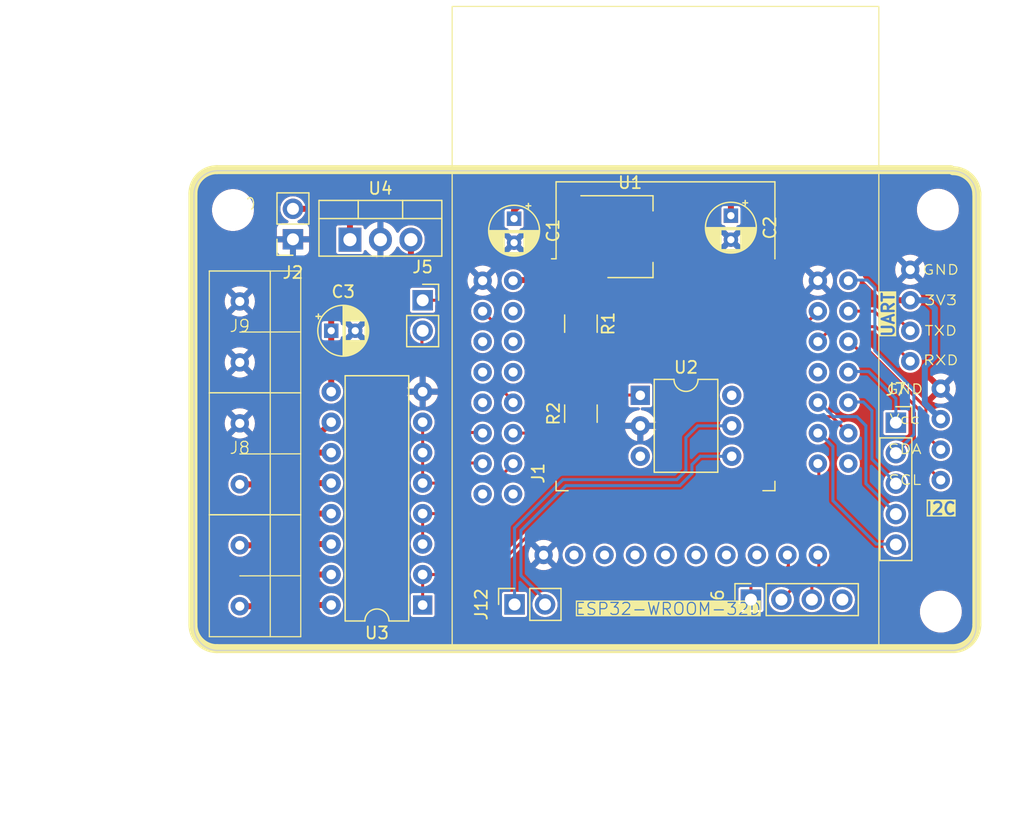
<source format=kicad_pcb>
(kicad_pcb (version 20240108) (generator "pcbnew") (generator_version "8.0")
  (layers (0 "F.Cu" signal) (31 "B.Cu" signal) (34 "B.Paste" user) (35 "F.Paste" user) (36 "B.SilkS" user "B.Silkscreen") (37 "F.SilkS" user "F.Silkscreen") (38 "B.Mask" user) (39 "F.Mask" user) (44 "Edge.Cuts" user))
  (net 0 "")
  (net 1 "GND")
  (net 2 "+3V3")
  (net 3 "+5V")
  (net 4 "/RXD")
  (net 5 "/TXD")
  (net 6 "/SDA")
  (net 7 "/OUT2")
  (net 8 "/OUT3")
  (net 9 "/SCL")
  (net 10 "/OUT1")
  (net 11 "/EN")
  (net 12 "/SOURCE2")
  (net 13 "/SOURCE1")
  (net 14 "/SOURCE3")
  (net 15 "/VDC")
  (net 16 "/DAC1")
  (net 17 "/DAC2")
  (net 18 "/GPIO35")
  (net 19 "/GPIO13")
  (net 20 "/GPIO19")
  (net 21 "/GPIO17")
  (net 22 "/GPIO5")
  (net 23 "/GPIO18")
  (net 24 "/GPIO36")
  (net 25 "/ADC2_CH3")
  (net 26 "/GPIO32")
  (net 27 "/GPIO34")
  (net 28 "/SD_DATA1")
  (net 29 "/SD_DATA2")
  (net 30 "/SD_CLK")
  (net 31 "/SD_CMD")
  (net 32 "/SD_DATA3")
  (net 33 "/ADC2_CH0")
  (net 34 "/GPIO23")
  (net 35 "/GPIO33")
  (net 36 "/SD_DATA0")
  (net 37 "/GPIO27")
  (net 38 "/ADC2_CH2")
  (net 39 "/BOOT")
  (net 42 "/V1-")
  (net 43 "Net-(R2-Pad2)")
  (net 44 "/V1+")
  (net 46 "/GPIO39")
  (footprint "Capacitor_THT:CP_Radial_D4.0mm_P2.00mm" (layer "F.Cu") (at 124.75 43.75 -90)
    (property "Reference" "C2" (at 1 -3.25 90) (layer "F.SilkS"))
    (property "Value" "1uF")
    (pad "1" thru_hole rect (at 0 0 270) (size 1.2 1.2) (drill 0.6) (layers "*.Cu" "*.Mask") (net 2 "+3V3"))
    (pad "2" thru_hole circle (at 2 0 270) (size 1.2 1.2) (drill 0.6) (layers "*.Cu" "*.Mask") (net 1 "GND"))
  )
  (footprint "Alexander Footprints Library:ESP32-WROOM-Adapter-Socket-2" (layer "F.Cu") (at 119.3 56.79)
    (property "Reference" "J1" (at -10.61 8.43 90) (layer "F.SilkS"))
    (property "Value" "~")
    (fp_text user "ESP32-WROOM-32D" (at -7.62 20.32 0) (layer "F.SilkS" knockout) (effects (font (thickness 0.1)) (justify left bottom)))
    (pad "" thru_hole circle (at -15.24 10.16) (size 1.524 1.524) (drill 0.762) (layers "*.Cu" "*.Mask"))
    (pad "" thru_hole circle (at -12.7 10.16) (size 1.524 1.524) (drill 0.762) (layers "*.Cu" "*.Mask"))
    (pad "1" thru_hole circle (at -15.24 -7.62) (size 1.524 1.524) (drill 0.762) (layers "*.Cu" "*.Mask") (net 1 "GND"))
    (pad "2" thru_hole circle (at -12.7 -7.62) (size 1.524 1.524) (drill 0.762) (layers "*.Cu" "*.Mask") (net 2 "+3V3"))
    (pad "3" thru_hole circle (at -15.24 -5.08) (size 1.524 1.524) (drill 0.762) (layers "*.Cu" "*.Mask") (net 11 "/EN"))
    (pad "4" thru_hole circle (at -12.7 -5.08) (size 1.524 1.524) (drill 0.762) (layers "*.Cu" "*.Mask") (net 24 "/GPIO36"))
    (pad "5" thru_hole circle (at -15.24 -2.54) (size 1.524 1.524) (drill 0.762) (layers "*.Cu" "*.Mask") (net 46 "/GPIO39"))
    (pad "6" thru_hole circle (at -12.7 -2.54) (size 1.524 1.524) (drill 0.762) (layers "*.Cu" "*.Mask") (net 27 "/GPIO34"))
    (pad "7" thru_hole circle (at -15.24 0) (size 1.524 1.524) (drill 0.762) (layers "*.Cu" "*.Mask") (net 18 "/GPIO35"))
    (pad "8" thru_hole circle (at -12.7 0) (size 1.524 1.524) (drill 0.762) (layers "*.Cu" "*.Mask") (net 26 "/GPIO32"))
    (pad "9" thru_hole circle (at -15.24 2.54) (size 1.524 1.524) (drill 0.762) (layers "*.Cu" "*.Mask") (net 35 "/GPIO33"))
    (pad "10" thru_hole circle (at -12.7 2.54) (size 1.524 1.524) (drill 0.762) (layers "*.Cu" "*.Mask") (net 16 "/DAC1"))
    (pad "11" thru_hole circle (at -15.24 5.08) (size 1.524 1.524) (drill 0.762) (layers "*.Cu" "*.Mask") (net 17 "/DAC2"))
    (pad "12" thru_hole circle (at -12.7 5.08) (size 1.524 1.524) (drill 0.762) (layers "*.Cu" "*.Mask") (net 37 "/GPIO27"))
    (pad "13" thru_hole circle (at -15.24 7.62) (size 1.524 1.524) (drill 0.762) (layers "*.Cu" "*.Mask") (net 8 "/OUT3"))
    (pad "14" thru_hole circle (at -12.7 7.62) (size 1.524 1.524) (drill 0.762) (layers "*.Cu" "*.Mask") (net 7 "/OUT2"))
    (pad "15" thru_hole circle (at -10.16 15.24 90) (size 1.524 1.524) (drill 0.762) (layers "*.Cu" "*.Mask") (net 1 "GND"))
    (pad "16" thru_hole circle (at -7.62 15.24 90) (size 1.524 1.524) (drill 0.762) (layers "*.Cu" "*.Mask") (net 19 "/GPIO13"))
    (pad "17" thru_hole circle (at -5.08 15.24 90) (size 1.524 1.524) (drill 0.762) (layers "*.Cu" "*.Mask") (net 29 "/SD_DATA2"))
    (pad "18" thru_hole circle (at -2.54 15.24 90) (size 1.524 1.524) (drill 0.762) (layers "*.Cu" "*.Mask") (net 32 "/SD_DATA3"))
    (pad "19" thru_hole circle (at 0 15.24 90) (size 1.524 1.524) (drill 0.762) (layers "*.Cu" "*.Mask") (net 31 "/SD_CMD"))
    (pad "20" thru_hole circle (at 2.54 15.24 90) (size 1.524 1.524) (drill 0.762) (layers "*.Cu" "*.Mask") (net 30 "/SD_CLK"))
    (pad "21" thru_hole circle (at 5.08 15.24 90) (size 1.524 1.524) (drill 0.762) (layers "*.Cu" "*.Mask") (net 36 "/SD_DATA0"))
    (pad "22" thru_hole circle (at 7.62 15.24 90) (size 1.524 1.524) (drill 0.762) (layers "*.Cu" "*.Mask") (net 28 "/SD_DATA1"))
    (pad "23" thru_hole circle (at 10.16 15.24 90) (size 1.524 1.524) (drill 0.762) (layers "*.Cu" "*.Mask") (net 25 "/ADC2_CH3"))
    (pad "24" thru_hole circle (at 12.7 15.24 90) (size 1.524 1.524) (drill 0.762) (layers "*.Cu" "*.Mask") (net 38 "/ADC2_CH2"))
    (pad "25" thru_hole circle (at 15.24 7.62) (size 1.524 1.524) (drill 0.762) (layers "*.Cu" "*.Mask") (net 39 "/BOOT"))
    (pad "26" thru_hole circle (at 12.7 7.62) (size 1.524 1.524) (drill 0.762) (layers "*.Cu" "*.Mask") (net 33 "/ADC2_CH0"))
    (pad "27" thru_hole circle (at 15.24 5.08) (size 1.524 1.524) (drill 0.762) (layers "*.Cu" "*.Mask") (net 10 "/OUT1"))
    (pad "28" thru_hole circle (at 12.7 5.08) (size 1.524 1.524) (drill 0.762) (layers "*.Cu" "*.Mask") (net 21 "/GPIO17"))
    (pad "29" thru_hole circle (at 15.24 2.54) (size 1.524 1.524) (drill 0.762) (layers "*.Cu" "*.Mask") (net 22 "/GPIO5"))
    (pad "30" thru_hole circle (at 12.7 2.54) (size 1.524 1.524) (drill 0.762) (layers "*.Cu" "*.Mask") (net 23 "/GPIO18"))
    (pad "31" thru_hole circle (at 15.24 0) (size 1.524 1.524) (drill 0.762) (layers "*.Cu" "*.Mask") (net 20 "/GPIO19"))
    (pad "32" thru_hole circle (at 12.7 0) (size 1.524 1.524) (drill 0.762) (layers "*.Cu" "*.Mask"))
    (pad "33" thru_hole circle (at 15.24 -2.54) (size 1.524 1.524) (drill 0.762) (layers "*.Cu" "*.Mask") (net 6 "/SDA"))
    (pad "34" thru_hole circle (at 12.7 -2.54) (size 1.524 1.524) (drill 0.762) (layers "*.Cu" "*.Mask") (net 4 "/RXD"))
    (pad "35" thru_hole circle (at 15.24 -5.08) (size 1.524 1.524) (drill 0.762) (layers "*.Cu" "*.Mask") (net 5 "/TXD"))
    (pad "36" thru_hole circle (at 12.7 -5.08) (size 1.524 1.524) (drill 0.762) (layers "*.Cu" "*.Mask") (net 9 "/SCL"))
    (pad "37" thru_hole circle (at 15.24 -7.62) (size 1.524 1.524) (drill 0.762) (layers "*.Cu" "*.Mask") (net 34 "/GPIO23"))
    (pad "38" thru_hole circle (at 12.7 -7.62) (size 1.524 1.524) (drill 0.762) (layers "*.Cu" "*.Mask") (net 1 "GND"))
  )
  (footprint "MountingHole:MountingHole_3mm" (layer "F.Cu") (at 142 43.25)
    (property "Reference" "H1" (hide yes))
    (property "Value" "MountingHole_Pad")
    (pad "" np_thru_hole circle (at 0 0) (size 3 3) (drill 3) (layers "*.Cu" "*.Mask"))
  )
  (footprint "MountingHole:MountingHole_3mm" (layer "F.Cu") (at 83.25 43.28)
    (property "Reference" "H2" (hide yes))
    (property "Value" "MountingHole_Pad")
    (pad "" np_thru_hole circle (at 0 0) (size 3 3) (drill 3) (layers "*.Cu" "*.Mask"))
  )
  (footprint "Package_DIP:DIP-16_W7.62mm" (layer "F.Cu") (at 99.06 76.2 180)
    (property "Reference" "U3" (at 3.81 -2.33 0) (layer "F.SilkS"))
    (property "Value" "ULN2003")
    (pad "1" thru_hole rect (at 0 0 180) (size 1.6 1.6) (drill 0.8) (layers "*.Cu" "*.Mask") (net 10 "/OUT1"))
    (pad "2" thru_hole oval (at 0 2.54 180) (size 1.6 1.6) (drill 0.8) (layers "*.Cu" "*.Mask") (net 10 "/OUT1"))
    (pad "3" thru_hole oval (at 0 5.08 180) (size 1.6 1.6) (drill 0.8) (layers "*.Cu" "*.Mask") (net 7 "/OUT2"))
    (pad "4" thru_hole oval (at 0 7.62 180) (size 1.6 1.6) (drill 0.8) (layers "*.Cu" "*.Mask") (net 7 "/OUT2"))
    (pad "5" thru_hole oval (at 0 10.16 180) (size 1.6 1.6) (drill 0.8) (layers "*.Cu" "*.Mask") (net 8 "/OUT3"))
    (pad "6" thru_hole oval (at 0 12.7 180) (size 1.6 1.6) (drill 0.8) (layers "*.Cu" "*.Mask") (net 8 "/OUT3"))
    (pad "7" thru_hole oval (at 0 15.24 180) (size 1.6 1.6) (drill 0.8) (layers "*.Cu" "*.Mask") (net 8 "/OUT3"))
    (pad "8" thru_hole oval (at 0 17.78 180) (size 1.6 1.6) (drill 0.8) (layers "*.Cu" "*.Mask") (net 1 "GND"))
    (pad "9" thru_hole oval (at 7.62 17.78 180) (size 1.6 1.6) (drill 0.8) (layers "*.Cu" "*.Mask") (net 3 "+5V"))
    (pad "10" thru_hole oval (at 7.62 15.24 180) (size 1.6 1.6) (drill 0.8) (layers "*.Cu" "*.Mask") (net 14 "/SOURCE3"))
    (pad "11" thru_hole oval (at 7.62 12.7 180) (size 1.6 1.6) (drill 0.8) (layers "*.Cu" "*.Mask") (net 14 "/SOURCE3"))
    (pad "12" thru_hole oval (at 7.62 10.16 180) (size 1.6 1.6) (drill 0.8) (layers "*.Cu" "*.Mask") (net 14 "/SOURCE3"))
    (pad "13" thru_hole oval (at 7.62 7.62 180) (size 1.6 1.6) (drill 0.8) (layers "*.Cu" "*.Mask") (net 12 "/SOURCE2"))
    (pad "14" thru_hole oval (at 7.62 5.08 180) (size 1.6 1.6) (drill 0.8) (layers "*.Cu" "*.Mask") (net 12 "/SOURCE2"))
    (pad "15" thru_hole oval (at 7.62 2.54 180) (size 1.6 1.6) (drill 0.8) (layers "*.Cu" "*.Mask") (net 13 "/SOURCE1"))
    (pad "16" thru_hole oval (at 7.62 0 180) (size 1.6 1.6) (drill 0.8) (layers "*.Cu" "*.Mask") (net 13 "/SOURCE1"))
  )
  (footprint "Package_DIP:DIP-6_W7.62mm" (layer "F.Cu") (at 117.2 58.725)
    (property "Reference" "U2" (at 3.81 -2.33 0) (layer "F.SilkS"))
    (property "Value" "4N35")
    (pad "1" thru_hole rect (at 0 0) (size 1.6 1.6) (drill 0.8) (layers "*.Cu" "*.Mask") (net 43 "Net-(R2-Pad2)"))
    (pad "2" thru_hole oval (at 0 2.54) (size 1.6 1.6) (drill 0.8) (layers "*.Cu" "*.Mask") (net 1 "GND"))
    (pad "3" thru_hole oval (at 0 5.08) (size 1.6 1.6) (drill 0.8) (layers "*.Cu" "*.Mask"))
    (pad "4" thru_hole oval (at 7.62 5.08) (size 1.6 1.6) (drill 0.8) (layers "*.Cu" "*.Mask") (net 42 "/V1-"))
    (pad "5" thru_hole oval (at 7.62 2.54) (size 1.6 1.6) (drill 0.8) (layers "*.Cu" "*.Mask") (net 44 "/V1+"))
    (pad "6" thru_hole oval (at 7.62 0) (size 1.6 1.6) (drill 0.8) (layers "*.Cu" "*.Mask"))
  )
  (footprint "Alexander Footprints Library:Conn_Terminal_5mm" (layer "F.Cu") (at 83.82 53.44)
    (property "Reference" "J9" (at 0 -0.5 0) (layer "F.SilkS") (effects (font (thickness 0.1))))
    (property "Value" "Conn_01x02_Socket")
    (pad "1" thru_hole circle (at 0 7.62) (size 1.524 1.524) (drill 0.762) (layers "*.Cu" "*.Mask") (net 1 "GND"))
    (pad "2" thru_hole circle (at 0 12.7) (size 1.524 1.524) (drill 0.762) (layers "*.Cu" "*.Mask") (net 14 "/SOURCE3"))
  )
  (footprint "Alexander Footprints Library:Conn_Terminal_5mm" (layer "F.Cu") (at 83.82 43.28)
    (property "Reference" "J10" (at 0 -0.5 0) (layer "F.SilkS") (effects (font (thickness 0.1))))
    (property "Value" "Conn_01x02_Socket")
    (pad "1" thru_hole circle (at 0 7.62) (size 1.524 1.524) (drill 0.762) (layers "*.Cu" "*.Mask") (net 1 "GND"))
    (pad "2" thru_hole circle (at 0 12.7) (size 1.524 1.524) (drill 0.762) (layers "*.Cu" "*.Mask") (net 1 "GND"))
  )
  (footprint "Resistor_SMD:R_1210_3225Metric_Pad1.30x2.65mm_HandSolder" (layer "F.Cu") (at 112.25 52.75 -90)
    (property "Reference" "R1" (at 0 -2.28 -90) (layer "F.SilkS"))
    (property "Value" "10K")
    (pad "1" smd roundrect (at -1.55 0 270) (size 1.3 2.65) (layers "F.Cu" "F.Paste" "F.Mask") (roundrect_rratio 0.192308) (net 2 "+3V3"))
    (pad "2" smd roundrect (at 1.55 0 270) (size 1.3 2.65) (layers "F.Cu" "F.Paste" "F.Mask") (roundrect_rratio 0.192308) (net 11 "/EN"))
  )
  (footprint "Connector_PinSocket_2.54mm:PinSocket_1x05_P2.54mm_Vertical" (layer "F.Cu") (at 138.5 61)
    (property "Reference" "J7" (at 0 -2.77 0) (layer "F.SilkS"))
    (property "Value" "GPIO")
    (pad "1" thru_hole rect (at 0 0) (size 1.7 1.7) (drill 1) (layers "*.Cu" "*.Mask") (net 20 "/GPIO19"))
    (pad "2" thru_hole oval (at 0 2.54) (size 1.7 1.7) (drill 1) (layers "*.Cu" "*.Mask") (net 34 "/GPIO23"))
    (pad "3" thru_hole oval (at 0 5.08) (size 1.7 1.7) (drill 1) (layers "*.Cu" "*.Mask") (net 22 "/GPIO5"))
    (pad "4" thru_hole oval (at 0 7.62) (size 1.7 1.7) (drill 1) (layers "*.Cu" "*.Mask") (net 23 "/GPIO18"))
    (pad "5" thru_hole oval (at 0 10.16) (size 1.7 1.7) (drill 1) (layers "*.Cu" "*.Mask") (net 21 "/GPIO17"))
  )
  (footprint "Connector_PinSocket_2.54mm:PinSocket_1x02_P2.54mm_Vertical" (layer "F.Cu") (at 88.25 45.72 180)
    (property "Reference" "J2" (at 0 -2.77 0) (layer "F.SilkS"))
    (property "Value" "PWD")
    (pad "1" thru_hole rect (at 0 0 180) (size 1.7 1.7) (drill 1) (layers "*.Cu" "*.Mask") (net 1 "GND"))
    (pad "2" thru_hole oval (at 0 2.54 180) (size 1.7 1.7) (drill 1) (layers "*.Cu" "*.Mask") (net 15 "/VDC"))
  )
  (footprint "Connector_PinSocket_2.54mm:PinSocket_1x02_P2.54mm_Vertical" (layer "F.Cu") (at 106.72 76.15 90)
    (property "Reference" "J12" (at 0 -2.77 270) (layer "F.SilkS"))
    (property "Value" "Conn_01x02_Socket")
    (pad "1" thru_hole rect (at 0 0 90) (size 1.7 1.7) (drill 1) (layers "*.Cu" "*.Mask") (net 44 "/V1+"))
    (pad "2" thru_hole oval (at 0 2.54 90) (size 1.7 1.7) (drill 1) (layers "*.Cu" "*.Mask") (net 42 "/V1-"))
  )
  (footprint "Connector_PinSocket_2.54mm:PinSocket_1x04_P2.54mm_Vertical" (layer "F.Cu") (at 126.42 75.75 90)
    (property "Reference" "J6" (at 0 -2.77 90) (layer "F.SilkS"))
    (property "Value" "ADC")
    (pad "1" thru_hole rect (at 0 0 90) (size 1.7 1.7) (drill 1) (layers "*.Cu" "*.Mask") (net 25 "/ADC2_CH3"))
    (pad "2" thru_hole oval (at 0 2.54 90) (size 1.7 1.7) (drill 1) (layers "*.Cu" "*.Mask") (net 33 "/ADC2_CH0"))
    (pad "3" thru_hole oval (at 0 5.08 90) (size 1.7 1.7) (drill 1) (layers "*.Cu" "*.Mask") (net 38 "/ADC2_CH2"))
    (pad "4" thru_hole oval (at 0 7.62 90) (size 1.7 1.7) (drill 1) (layers "*.Cu" "*.Mask"))
  )
  (footprint "Capacitor_THT:CP_Radial_D4.0mm_P2.00mm" (layer "F.Cu") (at 91.44 53.34)
    (property "Reference" "C3" (at 1 -3.25 0) (layer "F.SilkS"))
    (property "Value" "1uF")
    (pad "1" thru_hole rect (at 0 0) (size 1.2 1.2) (drill 0.6) (layers "*.Cu" "*.Mask") (net 3 "+5V"))
    (pad "2" thru_hole circle (at 2 0) (size 1.2 1.2) (drill 0.6) (layers "*.Cu" "*.Mask") (net 1 "GND"))
  )
  (footprint "Connector_PinSocket_2.54mm:PinSocket_1x02_P2.54mm_Vertical" (layer "F.Cu") (at 99.06 50.8)
    (property "Reference" "J5" (at 0 -2.77 0) (layer "F.SilkS"))
    (property "Value" "DAC_Socket")
    (pad "1" thru_hole rect (at 0 0) (size 1.7 1.7) (drill 1) (layers "*.Cu" "*.Mask") (net 16 "/DAC1"))
    (pad "2" thru_hole oval (at 0 2.54) (size 1.7 1.7) (drill 1) (layers "*.Cu" "*.Mask") (net 17 "/DAC2"))
  )
  (footprint "Alexander Footprints Library:Conn_UART" (layer "F.Cu") (at 139.7 40.64)
    (property "Reference" "J3" (hide yes))
    (property "Value" "UART")
    (fp_text user "3V3" (at 2.54 10.16 0) (layer "F.SilkS") (effects (font (size 0.8 1) (thickness 0.1))))
    (fp_text user "GND" (at 2.54 7.62 0) (layer "F.SilkS") (effects (font (size 0.8 1) (thickness 0.1))))
    (fp_text user "RXD" (at 2.54 15.16 0) (layer "F.SilkS") (effects (font (size 0.8 1) (thickness 0.1))))
    (fp_text user "TXD" (at 2.54 12.7 0) (layer "F.SilkS") (effects (font (size 0.8 1) (thickness 0.1))))
    (fp_text user "UART" (at -1.25 11.36 90) (layer "F.SilkS" knockout) (effects (font (thickness 0.2) (bold yes)) (justify bottom)))
    (pad "3V3" thru_hole circle (at 0 10.16) (size 1.524 1.524) (drill 0.762) (layers "*.Cu" "*.Mask") (net 2 "+3V3"))
    (pad "GND" thru_hole circle (at 0 7.62) (size 1.524 1.524) (drill 0.762) (layers "*.Cu" "*.Mask") (net 1 "GND"))
    (pad "RXD" thru_hole circle (at 0 15.24) (size 1.524 1.524) (drill 0.762) (layers "*.Cu" "*.Mask") (net 4 "/RXD"))
    (pad "TXD" thru_hole circle (at 0 12.7) (size 1.524 1.524) (drill 0.762) (layers "*.Cu" "*.Mask") (net 5 "/TXD"))
  )
  (footprint "Resistor_SMD:R_1210_3225Metric_Pad1.30x2.65mm_HandSolder" (layer "F.Cu") (at 112.25 60.25 90)
    (property "Reference" "R2" (at 0 -2.28 90) (layer "F.SilkS"))
    (property "Value" "1K")
    (pad "1" smd roundrect (at -1.55 0 90) (size 1.3 2.65) (layers "F.Cu" "F.Paste" "F.Mask") (roundrect_rratio 0.192308) (net 37 "/GPIO27"))
    (pad "2" smd roundrect (at 1.55 0 90) (size 1.3 2.65) (layers "F.Cu" "F.Paste" "F.Mask") (roundrect_rratio 0.192308) (net 43 "Net-(R2-Pad2)"))
  )
  (footprint "Capacitor_THT:CP_Radial_D4.0mm_P2.00mm" (layer "F.Cu") (at 106.68 44 -90)
    (property "Reference" "C1" (at 1 -3.25 90) (layer "F.SilkS"))
    (property "Value" "1uF")
    (pad "1" thru_hole rect (at 0 0 270) (size 1.2 1.2) (drill 0.6) (layers "*.Cu" "*.Mask") (net 15 "/VDC"))
    (pad "2" thru_hole circle (at 2 0 270) (size 1.2 1.2) (drill 0.6) (layers "*.Cu" "*.Mask") (net 1 "GND"))
  )
  (footprint "Package_TO_SOT_SMD:SOT-223-3_TabPin2" (layer "F.Cu") (at 116.35 45.5)
    (property "Reference" "U1" (at 0 -4.5 0) (layer "F.SilkS"))
    (property "Value" "MAX1726EUK33")
    (pad "1" smd rect (at -3.15 -2.3) (size 2 1.5) (layers "F.Cu" "F.Paste" "F.Mask") (net 15 "/VDC"))
    (pad "2" smd rect (at -3.15 0) (size 2 1.5) (layers "F.Cu" "F.Paste" "F.Mask") (net 1 "GND"))
    (pad "2" smd rect (at 3.15 0) (size 2 3.8) (layers "F.Cu" "F.Paste" "F.Mask") (net 1 "GND"))
    (pad "3" smd rect (at -3.15 2.3) (size 2 1.5) (layers "F.Cu" "F.Paste" "F.Mask") (net 2 "+3V3"))
  )
  (footprint "Alexander Footprints Library:LD1117" (layer "F.Cu") (at 93 45.75)
    (property "Reference" "U4" (at 2.54 -4.27 0) (layer "F.SilkS"))
    (property "Value" "L7805")
    (pad "1" thru_hole rect (at 0 0) (size 1.905 2) (drill 1.1) (layers "*.Cu" "*.Mask") (net 15 "/VDC"))
    (pad "2" thru_hole oval (at 2.54 0) (size 1.905 2) (drill 1.1) (layers "*.Cu" "*.Mask") (net 1 "GND"))
    (pad "3" thru_hole oval (at 5.08 0) (size 1.905 2) (drill 1.1) (layers "*.Cu" "*.Mask") (net 3 "+5V"))
  )
  (footprint "Alexander Footprints Library:Conn_I2C" (layer "F.Cu") (at 142.24 50.544)
    (property "Reference" "J4" (hide yes))
    (property "Value" "I2C")
    (fp_text user "I2C" (at 0.01 18.206 0) (layer "F.SilkS" knockout) (effects (font (thickness 0.2) (bold yes)) (justify bottom)))
    (fp_text user "SCL" (at -2.99 15.24 0) (layer "F.SilkS") (effects (font (size 0.8 1) (thickness 0.1))))
    (fp_text user "SDA" (at -2.99 12.666 0) (layer "F.SilkS") (effects (font (size 0.8 1) (thickness 0.1))))
    (fp_text user "GND" (at -2.99 7.666 0) (layer "F.SilkS") (effects (font (size 0.8 1) (thickness 0.1))))
    (fp_text user "Vcc" (at -2.99 10.16 0) (layer "F.SilkS") (effects (font (size 0.8 1) (thickness 0.1))))
    (pad "GND" thru_hole circle (at 0 7.62) (size 1.524 1.524) (drill 0.762) (layers "*.Cu" "*.Mask") (net 1 "GND"))
    (pad "SCL" thru_hole circle (at 0 15.24) (size 1.524 1.524) (drill 0.762) (layers "*.Cu" "*.Mask") (net 9 "/SCL"))
    (pad "SDA" thru_hole circle (at 0 12.7) (size 1.524 1.524) (drill 0.762) (layers "*.Cu" "*.Mask") (net 6 "/SDA"))
    (pad "Vcc" thru_hole circle (at 0 10.16) (size 1.524 1.524) (drill 0.762) (layers "*.Cu" "*.Mask") (net 2 "+3V3"))
  )
  (footprint "MountingHole:MountingHole_3mm" (layer "F.Cu") (at 142.25 76.75)
    (property "Reference" "H4" (hide yes))
    (property "Value" "MountingHole_Pad")
    (pad "" np_thru_hole circle (at 0 0) (size 3 3) (drill 3) (layers "*.Cu" "*.Mask"))
  )
  (footprint "Alexander Footprints Library:Conn_Terminal_5mm" (layer "F.Cu") (at 83.82 63.6)
    (property "Reference" "J8" (at 0 -0.5 0) (layer "F.SilkS") (effects (font (thickness 0.1))))
    (property "Value" "Conn_01x02_Socket")
    (pad "1" thru_hole circle (at 0 7.62) (size 1.524 1.524) (drill 0.762) (layers "*.Cu" "*.Mask") (net 12 "/SOURCE2"))
    (pad "2" thru_hole circle (at 0 12.7) (size 1.524 1.524) (drill 0.762) (layers "*.Cu" "*.Mask") (net 13 "/SOURCE1"))
  )
  (gr_line (start 145.25 41.86421) (end 145.25 77.835782) (stroke (width 0.75)) (layer "F.SilkS"))
  (gr_line (start 81.914218 39.914218) (end 143.08579 39.914218) (stroke (width 0.75)) (layer "F.SilkS"))
  (gr_arc (start 145.25 77.835782) (mid 144.664218 79.25) (end 143.25 79.835782) (stroke (width 0.75)) (layer "F.SilkS"))
  (gr_line (start 79.914218 41.86421) (end 79.914218 77.835782) (stroke (width 0.75)) (layer "F.SilkS"))
  (gr_arc (start 81.914218 79.835782) (mid 80.5 79.25) (end 79.914218 77.835782) (stroke (width 0.75)) (layer "F.SilkS"))
  (gr_arc (start 143.25 40) (mid 144.664218 40.585782) (end 145.25 42) (stroke (width 0.75)) (layer "F.SilkS"))
  (gr_arc (start 79.914218 41.914218) (mid 80.5 40.5) (end 81.914218 39.914218) (stroke (width 0.75)) (layer "F.SilkS"))
  (gr_line (start 81.914214 79.835782) (end 143.085786 79.835782) (stroke (width 0.75)) (layer "F.SilkS"))
  (gr_line (start 80 42) (end 80.014214 77.985786) (stroke (width 0.1)) (layer "Edge.Cuts"))
  (gr_arc (start 143.185786 40.014214) (mid 144.6 40.6) (end 145.185786 42.014214) (stroke (width 0.1)) (layer "Edge.Cuts"))
  (gr_arc (start 82.014214 79.985786) (mid 80.6 79.4) (end 80.014214 77.985786) (stroke (width 0.1)) (layer "Edge.Cuts"))
  (gr_line (start 145.185786 42.014214) (end 145.185786 77.985786) (stroke (width 0.1)) (layer "Edge.Cuts"))
  (gr_arc (start 80 42) (mid 80.585786 40.585786) (end 82 40) (stroke (width 0.1)) (layer "Edge.Cuts"))
  (gr_line (start 82.014214 79.985786) (end 143.185786 79.985786) (stroke (width 0.1)) (layer "Edge.Cuts"))
  (gr_arc (start 145.185786 77.985786) (mid 144.6 79.4) (end 143.185786 79.985786) (stroke (width 0.1)) (layer "Edge.Cuts"))
  (gr_line (start 143.185786 40.014214) (end 82 40) (stroke (width 0.1)) (layer "Edge.Cuts"))
  (segment (start 115.45 47.8) (end 113.2 47.8) (width 0.5) (layer "F.Cu") (net 2))
  (segment (start 136 42.25) (end 135 41.25) (width 0.5) (layer "F.Cu") (net 2))
  (segment (start 116.25 42) (end 116.25 46.25) (width 0.5) (layer "F.Cu") (net 2))
  (segment (start 124.25 41.25) (end 117 41.25) (width 0.5) (layer "F.Cu") (net 2))
  (segment (start 112.25 51.2) (end 113.25 50.2) (width 0.5) (layer "F.Cu") (net 2))
  (segment (start 110.3 47.8) (end 113.2 47.8) (width 0.5) (layer "F.Cu") (net 2))
  (segment (start 124.75 41.75) (end 124.25 41.25) (width 0.5) (layer "F.Cu") (net 2))
  (segment (start 113.25 50.2) (end 113.25 47.85) (width 0.5) (layer "F.Cu") (net 2))
  (segment (start 124.75 43.75) (end 124.75 41.75) (width 0.5) (layer "F.Cu") (net 2))
  (segment (start 108.98 49.12) (end 110.3 47.8) (width 0.5) (layer "F.Cu") (net 2))
  (segment (start 135 41.25) (end 124.25 41.25) (width 0.5) (layer "F.Cu") (net 2))
  (segment (start 138.05 50.8) (end 136 48.75) (width 0.5) (layer "F.Cu") (net 2))
  (segment (start 136 48.75) (end 136 42.25) (width 0.5) (layer "F.Cu") (net 2))
  (segment (start 116.25 46.25) (end 116.25 47) (width 0.5) (layer "F.Cu") (net 2))
  (segment (start 116.25 47) (end 115.45 47.8) (width 0.5) (layer "F.Cu") (net 2))
  (segment (start 106.68 49.12) (end 108.98 49.12) (width 0.5) (layer "F.Cu") (net 2))
  (segment (start 117 41.25) (end 116.25 42) (width 0.5) (layer "F.Cu") (net 2))
  (segment (start 139.7 50.8) (end 138.05 50.8) (width 0.5) (layer "F.Cu") (net 2))
  (segment (start 113.25 47.85) (end 113.2 47.8) (width 0.5) (layer "F.Cu") (net 2))
  (segment (start 141.05 50.8) (end 141.75 51.5) (width 0.5) (layer "B.Cu") (net 2))
  (segment (start 141.75 55.5) (end 140.912 56.338) (width 0.5) (layer "B.Cu") (net 2))
  (segment (start 140.912 56.338) (end 140.912 59.376) (width 0.5) (layer "B.Cu") (net 2))
  (segment (start 140.912 59.376) (end 142.24 60.704) (width 0.5) (layer "B.Cu") (net 2))
  (segment (start 141.75 51.5) (end 141.75 55.5) (width 0.5) (layer "B.Cu") (net 2))
  (segment (start 139.7 50.8) (end 141.05 50.8) (width 0.5) (layer "B.Cu") (net 2))
  (segment (start 91.44 50.06) (end 92.5 49) (width 0.5) (layer "F.Cu") (net 3))
  (segment (start 92.5 49) (end 97 49) (width 0.5) (layer "F.Cu") (net 3))
  (segment (start 91.44 58.42) (end 91.44 53.34) (width 0.5) (layer "F.Cu") (net 3))
  (segment (start 91.44 53.34) (end 91.44 50.06) (width 0.5) (layer "F.Cu") (net 3))
  (segment (start 97 49) (end 98.08 47.92) (width 0.5) (layer "F.Cu") (net 3))
  (segment (start 98.08 47.92) (end 98.08 45.75) (width 0.5) (layer "F.Cu") (net 3))
  (segment (start 133.25 53) (end 136.82 53) (width 0.25) (layer "F.Cu") (net 4))
  (segment (start 132 54.25) (end 133.25 53) (width 0.25) (layer "F.Cu") (net 4))
  (segment (start 136.82 53) (end 139.7 55.88) (width 0.25) (layer "F.Cu") (net 4))
  (segment (start 138.86 52.5) (end 137.5 52.5) (width 0.25) (layer "F.Cu") (net 5))
  (segment (start 136.71 51.71) (end 137.25 52.25) (width 0.25) (layer "F.Cu") (net 5))
  (segment (start 137.5 52.5) (end 137.25 52.25) (width 0.25) (layer "F.Cu") (net 5))
  (segment (start 139.7 53.34) (end 138.86 52.5) (width 0.25) (layer "F.Cu") (net 5))
  (segment (start 134.74 51.54) (end 134.62 51.66) (width 0.25) (layer "F.Cu") (net 5))
  (segment (start 134.54 51.71) (end 136.71 51.71) (width 0.25) (layer "F.Cu") (net 5))
  (segment (start 135.381999 54.961999) (end 134.62 54.2) (width 0.25) (layer "F.Cu") (net 6))
  (segment (start 136.211999 54.961999) (end 135.381999 54.961999) (width 0.25) (layer "F.Cu") (net 6))
  (segment (start 141 59.75) (end 136.211999 54.961999) (width 0.25) (layer "F.Cu") (net 6))
  (segment (start 142.24 63.244) (end 141 62.004) (width 0.25) (layer "F.Cu") (net 6))
  (segment (start 141 62.004) (end 141 59.75) (width 0.25) (layer "F.Cu") (net 6))
  (segment (start 102 68) (end 102 66.25) (width 0.25) (layer "F.Cu") (net 7))
  (segment (start 102 66.25) (end 102.71 65.54) (width 0.25) (layer "F.Cu") (net 7))
  (segment (start 99.06 71.12) (end 99.06 68.58) (width 0.25) (layer "F.Cu") (net 7))
  (segment (start 101.42 68.58) (end 102 68) (width 0.25) (layer "F.Cu") (net 7))
  (segment (start 99.06 68.58) (end 101.42 68.58) (width 0.25) (layer "F.Cu") (net 7))
  (segment (start 102.71 65.54) (end 105.5 65.54) (width 0.25) (layer "F.Cu") (net 7))
  (segment (start 105.5 65.54) (end 106.68 64.36) (width 0.25) (layer "F.Cu") (net 7))
  (segment (start 99.06 63.5) (end 99.06 60.96) (width 0.25) (layer "F.Cu") (net 8))
  (segment (start 99.06 66.04) (end 99.06 63.5) (width 0.25) (layer "F.Cu") (net 8))
  (segment (start 102.39 64.36) (end 104.14 64.36) (width 0.25) (layer "F.Cu") (net 8))
  (segment (start 100.71 66.04) (end 102.39 64.36) (width 0.25) (layer "F.Cu") (net 8))
  (segment (start 99.06 66.04) (end 100.71 66.04) (width 0.25) (layer "F.Cu") (net 8))
  (segment (start 142.24 65.784) (end 140.5 64.044) (width 0.25) (layer "F.Cu") (net 9))
  (segment (start 140.5 60) (end 136 55.5) (width 0.25) (layer "F.Cu") (net 9))
  (segment (start 131.5 55.5) (end 130.745 54.745) (width 0.25) (layer "F.Cu") (net 9))
  (segment (start 140.5 64.044) (end 140.5 60) (width 0.25) (layer "F.Cu") (net 9))
  (segment (start 136 55.5) (end 131.5 55.5) (width 0.25) (layer "F.Cu") (net 9))
  (segment (start 130.745 52.995) (end 132.08 51.66) (width 0.25) (layer "F.Cu") (net 9))
  (segment (start 130.745 54.745) (end 130.745 52.995) (width 0.25) (layer "F.Cu") (net 9))
  (segment (start 104.59 73.66) (end 99.06 73.66) (width 0.25) (layer "F.Cu") (net 10))
  (segment (start 129.25 69.75) (end 108.5 69.75) (width 0.25) (layer "F.Cu") (net 10))
  (segment (start 99.06 76.2) (end 99.06 73.66) (width 0.25) (layer "F.Cu") (net 10))
  (segment (start 133.17 60.5) (end 131.5 60.5) (width 0.25) (layer "F.Cu") (net 10))
  (segment (start 130.25 68.75) (end 129.25 69.75) (width 0.25) (layer "F.Cu") (net 10))
  (segment (start 130.25 61.75) (end 130.25 68.75) (width 0.25) (layer "F.Cu") (net 10))
  (segment (start 134.54 61.87) (end 133.17 60.5) (width 0.25) (layer "F.Cu") (net 10))
  (segment (start 108.5 69.75) (end 104.59 73.66) (width 0.25) (layer "F.Cu") (net 10))
  (segment (start 131.5 60.5) (end 130.25 61.75) (width 0.25) (layer "F.Cu") (net 10))
  (segment (start 105.35 53) (end 104.06 51.71) (width 0.25) (layer "F.Cu") (net 11))
  (segment (start 108.5 53) (end 105.35 53) (width 0.25) (layer "F.Cu") (net 11))
  (segment (start 109.8 54.3) (end 108.5 53) (width 0.25) (layer "F.Cu") (net 11))
  (segment (start 112.25 54.3) (end 109.8 54.3) (width 0.25) (layer "F.Cu") (net 11))
  (segment (start 83.82 71.22) (end 87.03 71.22) (width 0.5) (layer "F.Cu") (net 12))
  (segment (start 88.62 71.12) (end 91.44 71.12) (width 0.5) (layer "F.Cu") (net 12))
  (segment (start 89.67 68.58) (end 91.44 68.58) (width 0.5) (layer "F.Cu") (net 12))
  (segment (start 88.11 70.61) (end 88.62 71.12) (width 0.5) (layer "F.Cu") (net 12))
  (segment (start 87.03 71.22) (end 89.67 68.58) (width 0.5) (layer "F.Cu") (net 12))
  (segment (start 91.44 73.66) (end 89.59 73.66) (width 0.5) (layer "F.Cu") (net 13))
  (segment (start 87.875 75.375) (end 88.7 76.2) (width 0.5) (layer "F.Cu") (net 13))
  (segment (start 88.7 76.2) (end 91.44 76.2) (width 0.5) (layer "F.Cu") (net 13))
  (segment (start 86.95 76.3) (end 87.875 75.375) (width 0.5) (layer "F.Cu") (net 13))
  (segment (start 86.95 76.3) (end 83.82 76.3) (width 0.5) (layer "F.Cu") (net 13))
  (segment (start 89.59 73.66) (end 86.95 76.3) (width 0.5) (layer "F.Cu") (net 13))
  (segment (start 83.82 66.14) (end 87.11 66.14) (width 0.5) (layer "F.Cu") (net 14))
  (segment (start 84.21 65.75) (end 83.82 66.14) (width 0.5) (layer "F.Cu") (net 14))
  (segment (start 89.75 63.5) (end 91.44 63.5) (width 0.5) (layer "F.Cu") (net 14))
  (segment (start 88.54 66.04) (end 87.875 65.375) (width 0.5) (layer "F.Cu") (net 14))
  (segment (start 89.75 63.5) (end 89.75 62.65) (width 0.5) (layer "F.Cu") (net 14))
  (segment (start 91.44 66.04) (end 88.54 66.04) (width 0.5) (layer "F.Cu") (net 14))
  (segment (start 87.11 66.14) (end 89.75 63.5) (width 0.5) (layer "F.Cu") (net 14))
  (segment (start 89.75 62.65) (end 91.44 60.96) (width 0.5) (layer "F.Cu") (net 14))
  (segment (start 106.68 43.32) (end 106.68 44) (width 0.5) (layer "F.Cu") (net 15))
  (segment (start 113.2 43.2) (end 109.2 43.2) (width 0.5) (layer "F.Cu") (net 15))
  (segment (start 93 44.36) (end 93 45.75) (width 0.5) (layer "F.Cu") (net 15))
  (segment (start 93 42) (end 91.82 43.18) (width 0.5) (layer "F.Cu") (net 15))
  (segment (start 108 42) (end 93 42) (width 0.5) (layer "F.Cu") (net 15))
  (segment (start 91.82 43.18) (end 88.9 43.18) (width 0.5) (layer "F.Cu") (net 15))
  (segment (start 108 42) (end 106.68 43.32) (width 0.5) (layer "F.Cu") (net 15))
  (segment (start 109.2 43.2) (end 108 42) (width 0.5) (layer "F.Cu") (net 15))
  (segment (start 91.82 43.18) (end 93 44.36) (width 0.5) (layer "F.Cu") (net 15))
  (segment (start 100.8 50.8) (end 99.06 50.8) (width 0.25) (layer "F.Cu") (net 16))
  (segment (start 105.4 58) (end 103.5 58) (width 0.25) (layer "F.Cu") (net 16))
  (segment (start 101.5 51.5) (end 100.8 50.8) (width 0.25) (layer "F.Cu") (net 16))
  (segment (start 106.68 59.28) (end 105.4 58) (width 0.25) (layer "F.Cu") (net 16))
  (segment (start 103.5 58) (end 101.5 56) (width 0.25) (layer "F.Cu") (net 16))
  (segment (start 101.5 56) (end 101.5 51.5) (width 0.25) (layer "F.Cu") (net 16))
  (segment (start 102 57.5) (end 102 61.25) (width 0.25) (layer "F.Cu") (net 17))
  (segment (start 99 54.5) (end 99 53.4) (width 0.25) (layer "F.Cu") (net 17))
  (segment (start 102.57 61.82) (end 104.14 61.82) (width 0.25) (layer "F.Cu") (net 17))
  (segment (start 102 61.25) (end 102.57 61.82) (width 0.25) (layer "F.Cu") (net 17))
  (segment (start 99 54.5) (end 102 57.5) (width 0.25) (layer "F.Cu") (net 17))
  (segment (start 99 53.4) (end 99.06 53.34) (width 0.25) (layer "F.Cu") (net 17))
  (segment (start 136.24 56.74) (end 134.62 56.74) (width 0.25) (layer "B.Cu") (net 20))
  (segment (start 138.5 60.96) (end 138.5 59) (width 0.25) (layer "B.Cu") (net 20))
  (segment (start 138.5 59) (end 136.24 56.74) (width 0.25) (layer "B.Cu") (net 20))
  (segment (start 138.5 71.12) (end 136.87 71.12) (width 0.25) (layer "B.Cu") (net 21))
  (segment (start 136.87 71.12) (end 133.25 67.5) (width 0.25) (layer "B.Cu") (net 21))
  (segment (start 133.25 62.99) (end 132.08 61.82) (width 0.25) (layer "B.Cu") (net 21))
  (segment (start 133.25 67.5) (end 133.25 62.99) (width 0.25) (layer "B.Cu") (net 21))
  (segment (start 136.5 60) (end 135.78 59.28) (width 0.25) (layer "B.Cu") (net 22))
  (segment (start 136.5 64.04) (end 136.5 60) (width 0.25) (layer "B.Cu") (net 22))
  (segment (start 138.5 66.04) (end 136.5 64.04) (width 0.25) (layer "B.Cu") (net 22))
  (segment (start 135.78 59.28) (end 134.62 59.28) (width 0.25) (layer "B.Cu") (net 22))
  (segment (start 138.5 68.58) (end 136 66.08) (width 0.25) (layer "B.Cu") (net 23))
  (segment (start 136 61.25) (end 135.25 60.5) (width 0.25) (layer "B.Cu") (net 23))
  (segment (start 136 66.08) (end 136 61.25) (width 0.25) (layer "B.Cu") (net 23))
  (segment (start 133.3 60.5) (end 132.08 59.28) (width 0.25) (layer "B.Cu") (net 23))
  (segment (start 135.25 60.5) (end 133.3 60.5) (width 0.25) (layer "B.Cu") (net 23))
  (segment (start 126.42 75.75) (end 126.42 74.58) (width 0.25) (layer "F.Cu") (net 25))
  (segment (start 126.42 74.58) (end 127.25 73.75) (width 0.25) (layer "F.Cu") (net 25))
  (segment (start 127.25 73.75) (end 128.75 73.75) (width 0.25) (layer "F.Cu") (net 25))
  (segment (start 128.75 73.75) (end 129.54 72.96) (width 0.25) (layer "F.Cu") (net 25))
  (segment (start 129.54 72.96) (end 129.54 72.03) (width 0.25) (layer "F.Cu") (net 25))
  (segment (start 130.75 69.995) (end 132.08 68.665) (width 0.25) (layer "F.Cu") (net 33))
  (segment (start 132.08 68.665) (end 132.08 64.41) (width 0.25) (layer "F.Cu") (net 33))
  (segment (start 130.75 73.96) (end 130.75 69.995) (width 0.25) (layer "F.Cu") (net 33))
  (segment (start 128.96 75.75) (end 130.75 73.96) (width 0.25) (layer "F.Cu") (net 33))
  (segment (start 136.12 49.12) (end 134.62 49.12) (width 0.25) (layer "B.Cu") (net 34))
  (segment (start 136.75 55) (end 136.75 49.75) (width 0.25) (layer "B.Cu") (net 34))
  (segment (start 140 62) (end 140 58.25) (width 0.25) (layer "B.Cu") (net 34))
  (segment (start 136.75 49.75) (end 136.12 49.12) (width 0.25) (layer "B.Cu") (net 34))
  (segment (start 138.5 63.5) (end 140 62) (width 0.25) (layer "B.Cu") (net 34))
  (segment (start 140 58.25) (end 136.75 55) (width 0.25) (layer "B.Cu") (net 34))
  (segment (start 103.97 59.28) (end 104.14 59.28) (width 0.25) (layer "F.Cu") (net 35))
  (segment (start 112.18 61.87) (end 112.25 61.8) (width 0.25) (layer "F.Cu") (net 37))
  (segment (start 106.6 61.87) (end 112.18 61.87) (width 0.25) (layer "F.Cu") (net 37))
  (segment (start 131.5 75.75) (end 131.5 74.25) (width 0.25) (layer "F.Cu") (net 38))
  (segment (start 131.5 74.25) (end 132.08 73.67) (width 0.25) (layer "F.Cu") (net 38))
  (segment (start 132.08 73.67) (end 132.08 72.03) (width 0.25) (layer "F.Cu") (net 38))
  (segment (start 111 66.25) (end 120.5 66.25) (width 0.25) (layer "B.Cu") (net 42))
  (segment (start 120.5 66.25) (end 121.5 65.25) (width 0.25) (layer "B.Cu") (net 42))
  (segment (start 109.26 76.15) (end 109.26 75.76) (width 0.25) (layer "B.Cu") (net 42))
  (segment (start 107.25 73.75) (end 107.25 70) (width 0.25) (layer "B.Cu") (net 42))
  (segment (start 122.195 63.805) (end 124.82 63.805) (width 0.25) (layer "B.Cu") (net 42))
  (segment (start 107.25 70) (end 111 66.25) (width 0.25) (layer "B.Cu") (net 42))
  (segment (start 121.5 65.25) (end 121.5 64.5) (width 0.25) (layer "B.Cu") (net 42))
  (segment (start 109.26 75.76) (end 107.25 73.75) (width 0.25) (layer "B.Cu") (net 42))
  (segment (start 121.5 64.5) (end 122.195 63.805) (width 0.25) (layer "B.Cu") (net 42))
  (segment (start 112.25 58.7) (end 117.175 58.7) (width 0.25) (layer "F.Cu") (net 43))
  (segment (start 117.175 58.7) (end 117.2 58.725) (width 0.25) (layer "F.Cu") (net 43))
  (segment (start 121 62.25) (end 121.985 61.265) (width 0.25) (layer "B.Cu") (net 44))
  (segment (start 106.72 76.15) (end 106.72 69.78) (width 0.25) (layer "B.Cu") (net 44))
  (segment (start 110.75 65.75) (end 120.25 65.75) (width 0.25) (layer "B.Cu") (net 44))
  (segment (start 106.72 69.78) (end 110.75 65.75) (width 0.25) (layer "B.Cu") (net 44))
  (segment (start 121 65) (end 121 62.25) (width 0.25) (layer "B.Cu") (net 44))
  (segment (start 120.25 65.75) (end 121 65) (width 0.25) (layer "B.Cu") (net 44))
  (segment (start 121.985 61.265) (end 124.82 61.265) (width 0.25) (layer "B.Cu") (net 44))
  (zone (net 1) (net_name "GND") (layer "F.Cu") (priority 1) (connect_pads (clearance 0)) (min_thickness 0.25) (fill yes (thermal_gap 0.5) (thermal_bridge_width 0.5))
    (polygon (pts (xy 80 40) (xy 80 80) (xy 145.25 80) (xy 145.25 40)))
  )
  (zone (net 1) (net_name "GND") (layer "B.Cu") (connect_pads (clearance 0)) (min_thickness 0.25) (fill yes (thermal_gap 0.5) (thermal_bridge_width 0.5))
    (polygon (pts (xy 80 40) (xy 145.2 40) (xy 145.2 80) (xy 80 80)))
  )
)
</source>
